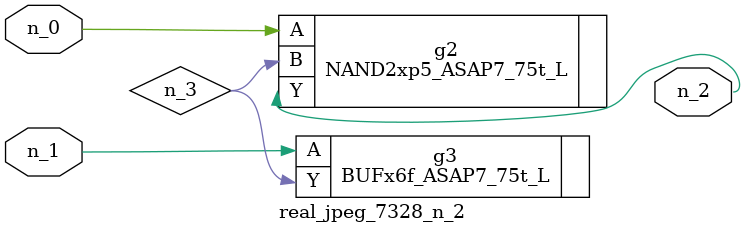
<source format=v>
module real_jpeg_7328_n_2 (n_1, n_0, n_2);

input n_1;
input n_0;

output n_2;

wire n_3;

NAND2xp5_ASAP7_75t_L g2 ( 
.A(n_0),
.B(n_3),
.Y(n_2)
);

BUFx6f_ASAP7_75t_L g3 ( 
.A(n_1),
.Y(n_3)
);


endmodule
</source>
